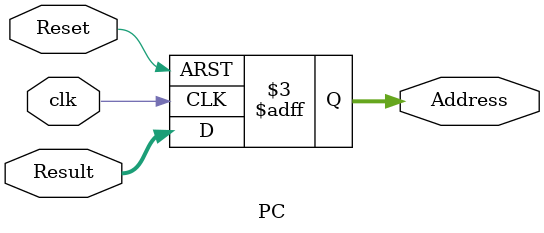
<source format=v>
module PC(clk,Reset,Result,Address);  
    input clk;//Ê±ÖÓ
    input Reset;//ÊÇ·ñÖØÖÃµØÖ·¡£0-³õÊ¼»¯PC£¬·ñÔò½ÓÊÜÐÂµØÖ·       
    input[31:0] Result;
    output reg[31:0] Address;
  
    always @(posedge clk or negedge Reset)//Ê±ÖÓÉÏÉýÑØ´«ÈëÖ¸Áî
    begin  
        if (Reset == 0) //Èç¹ûÎª0Ôò³õÊ¼»¯PC£¬·ñÔò½ÓÊÜÐÂµØÖ·
            begin  
                Address <= 32'b00000000000000000000000000000000;  
            end  
        else   
            begin
                Address =  Result;
        end  
    end  
endmodule

</source>
